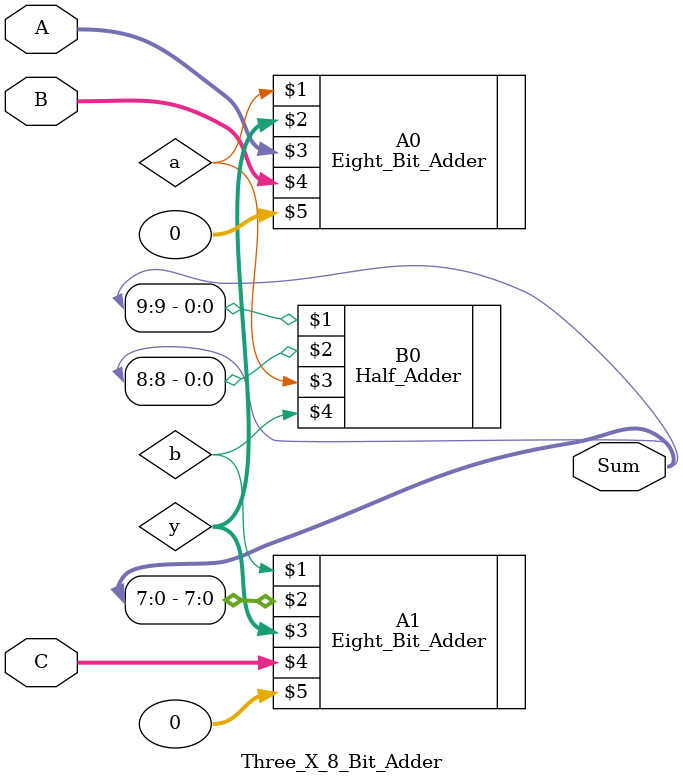
<source format=v>
`timescale 1ns / 1ps

module Three_X_8_Bit_Adder(Sum,A,B,C);
input [7:0] A,B,C;
output [9:0] Sum;

wire a,b;
wire [7:0] y;

Eight_Bit_Adder A0(a,y,A,B,0);
Eight_Bit_Adder A1(b,Sum[7:0],y,C,0);
Half_Adder B0(Sum[9],Sum[8],a,b);

endmodule

</source>
